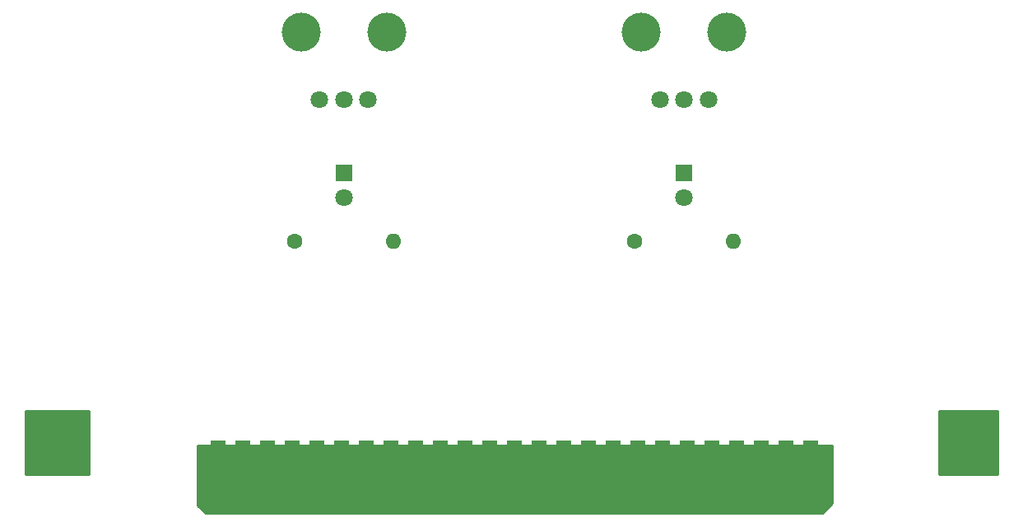
<source format=gbr>
G04 #@! TF.GenerationSoftware,KiCad,Pcbnew,(5.1.7)-1*
G04 #@! TF.CreationDate,2022-03-27T19:52:43-05:00*
G04 #@! TF.ProjectId,ConsolePedalBlueSoxSMT,436f6e73-6f6c-4655-9065-64616c426c75,rev?*
G04 #@! TF.SameCoordinates,Original*
G04 #@! TF.FileFunction,Soldermask,Bot*
G04 #@! TF.FilePolarity,Negative*
%FSLAX46Y46*%
G04 Gerber Fmt 4.6, Leading zero omitted, Abs format (unit mm)*
G04 Created by KiCad (PCBNEW (5.1.7)-1) date 2022-03-27 19:52:43*
%MOMM*%
%LPD*%
G01*
G04 APERTURE LIST*
%ADD10C,1.600000*%
%ADD11O,1.600000X1.600000*%
%ADD12R,1.800000X1.800000*%
%ADD13C,1.800000*%
%ADD14C,5.000000*%
%ADD15R,1.500000X7.000000*%
%ADD16C,4.000000*%
%ADD17C,0.254000*%
%ADD18C,0.100000*%
G04 APERTURE END LIST*
D10*
G04 #@! TO.C,R21*
X110170000Y-102000000D03*
D11*
X120330000Y-102000000D03*
G04 #@! TD*
D12*
G04 #@! TO.C,D3*
X115250000Y-95000000D03*
D13*
X115250000Y-97540000D03*
G04 #@! TD*
G04 #@! TO.C,D4*
X150250000Y-97540000D03*
D12*
X150250000Y-95000000D03*
G04 #@! TD*
D14*
G04 #@! TO.C,H1*
X85350000Y-122600000D03*
G04 #@! TD*
G04 #@! TO.C,H2*
X180150000Y-122600000D03*
G04 #@! TD*
D15*
G04 #@! TO.C,J1*
X163230000Y-126000000D03*
X160690000Y-126000000D03*
X158150000Y-126000000D03*
X155610000Y-126000000D03*
X153070000Y-126000000D03*
X150530000Y-126000000D03*
X147990000Y-126000000D03*
X145450000Y-126000000D03*
X142910000Y-126000000D03*
X140370000Y-126000000D03*
X137830000Y-126000000D03*
X135290000Y-126000000D03*
X132750000Y-126000000D03*
X130210000Y-126000000D03*
X127670000Y-126000000D03*
X125130000Y-126000000D03*
X122590000Y-126000000D03*
X120050000Y-126000000D03*
X117510000Y-126000000D03*
X114970000Y-126000000D03*
X112430000Y-126000000D03*
X109890000Y-126000000D03*
X107350000Y-126000000D03*
X104810000Y-126000000D03*
X102270000Y-126000000D03*
G04 #@! TD*
D13*
G04 #@! TO.C,RV1*
X147750000Y-87500000D03*
X150250000Y-87500000D03*
X152750000Y-87500000D03*
D16*
X145850000Y-80500000D03*
X154650000Y-80500000D03*
G04 #@! TD*
G04 #@! TO.C,RV2*
X119650000Y-80500000D03*
X110850000Y-80500000D03*
D13*
X117750000Y-87500000D03*
X115250000Y-87500000D03*
X112750000Y-87500000D03*
G04 #@! TD*
D10*
G04 #@! TO.C,R22*
X145170000Y-102000000D03*
D11*
X155330000Y-102000000D03*
G04 #@! TD*
D17*
X165480000Y-129000000D02*
X164480000Y-130000000D01*
X101020000Y-130000000D01*
X100203000Y-129183000D01*
X100203000Y-123063000D01*
X165480000Y-123063000D01*
X165480000Y-129000000D01*
D18*
G36*
X165480000Y-129000000D02*
G01*
X164480000Y-130000000D01*
X101020000Y-130000000D01*
X100203000Y-129183000D01*
X100203000Y-123063000D01*
X165480000Y-123063000D01*
X165480000Y-129000000D01*
G37*
D17*
X89000000Y-126000000D02*
X82500000Y-126000000D01*
X82500000Y-119507000D01*
X89000000Y-119507000D01*
X89000000Y-126000000D01*
D18*
G36*
X89000000Y-126000000D02*
G01*
X82500000Y-126000000D01*
X82500000Y-119507000D01*
X89000000Y-119507000D01*
X89000000Y-126000000D01*
G37*
D17*
X182499000Y-126000000D02*
X176500000Y-126000000D01*
X176500000Y-119507000D01*
X182499000Y-119507000D01*
X182499000Y-126000000D01*
D18*
G36*
X182499000Y-126000000D02*
G01*
X176500000Y-126000000D01*
X176500000Y-119507000D01*
X182499000Y-119507000D01*
X182499000Y-126000000D01*
G37*
M02*

</source>
